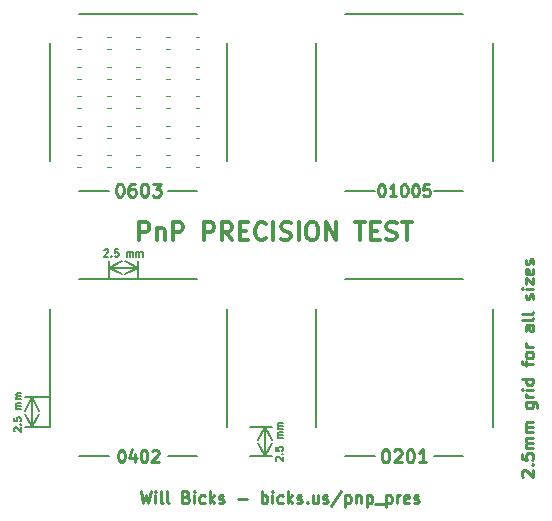
<source format=gbr>
G04 #@! TF.GenerationSoftware,KiCad,Pcbnew,(5.0.0)*
G04 #@! TF.CreationDate,2019-02-17T23:19:19-05:00*
G04 #@! TF.ProjectId,smd test,736D6420746573742E6B696361645F70,rev?*
G04 #@! TF.SameCoordinates,Original*
G04 #@! TF.FileFunction,Legend,Top*
G04 #@! TF.FilePolarity,Positive*
%FSLAX46Y46*%
G04 Gerber Fmt 4.6, Leading zero omitted, Abs format (unit mm)*
G04 Created by KiCad (PCBNEW (5.0.0)) date 02/17/19 23:19:19*
%MOMM*%
%LPD*%
G01*
G04 APERTURE LIST*
%ADD10C,0.150000*%
%ADD11C,0.250000*%
%ADD12C,0.300000*%
%ADD13C,0.200000*%
%ADD14C,0.275000*%
%ADD15C,0.120000*%
G04 APERTURE END LIST*
D10*
X153500000Y-66250000D02*
X156000000Y-66250000D01*
X161000000Y-66250000D02*
X163500000Y-66250000D01*
X183500000Y-66250000D02*
X186000000Y-66250000D01*
X176000000Y-66250000D02*
X178500000Y-66250000D01*
D11*
X158690476Y-91702380D02*
X158928571Y-92702380D01*
X159119047Y-91988095D01*
X159309523Y-92702380D01*
X159547619Y-91702380D01*
X159928571Y-92702380D02*
X159928571Y-92035714D01*
X159928571Y-91702380D02*
X159880952Y-91750000D01*
X159928571Y-91797619D01*
X159976190Y-91750000D01*
X159928571Y-91702380D01*
X159928571Y-91797619D01*
X160547619Y-92702380D02*
X160452380Y-92654761D01*
X160404761Y-92559523D01*
X160404761Y-91702380D01*
X161071428Y-92702380D02*
X160976190Y-92654761D01*
X160928571Y-92559523D01*
X160928571Y-91702380D01*
X162547619Y-92178571D02*
X162690476Y-92226190D01*
X162738095Y-92273809D01*
X162785714Y-92369047D01*
X162785714Y-92511904D01*
X162738095Y-92607142D01*
X162690476Y-92654761D01*
X162595238Y-92702380D01*
X162214285Y-92702380D01*
X162214285Y-91702380D01*
X162547619Y-91702380D01*
X162642857Y-91750000D01*
X162690476Y-91797619D01*
X162738095Y-91892857D01*
X162738095Y-91988095D01*
X162690476Y-92083333D01*
X162642857Y-92130952D01*
X162547619Y-92178571D01*
X162214285Y-92178571D01*
X163214285Y-92702380D02*
X163214285Y-92035714D01*
X163214285Y-91702380D02*
X163166666Y-91750000D01*
X163214285Y-91797619D01*
X163261904Y-91750000D01*
X163214285Y-91702380D01*
X163214285Y-91797619D01*
X164119047Y-92654761D02*
X164023809Y-92702380D01*
X163833333Y-92702380D01*
X163738095Y-92654761D01*
X163690476Y-92607142D01*
X163642857Y-92511904D01*
X163642857Y-92226190D01*
X163690476Y-92130952D01*
X163738095Y-92083333D01*
X163833333Y-92035714D01*
X164023809Y-92035714D01*
X164119047Y-92083333D01*
X164547619Y-92702380D02*
X164547619Y-91702380D01*
X164642857Y-92321428D02*
X164928571Y-92702380D01*
X164928571Y-92035714D02*
X164547619Y-92416666D01*
X165309523Y-92654761D02*
X165404761Y-92702380D01*
X165595238Y-92702380D01*
X165690476Y-92654761D01*
X165738095Y-92559523D01*
X165738095Y-92511904D01*
X165690476Y-92416666D01*
X165595238Y-92369047D01*
X165452380Y-92369047D01*
X165357142Y-92321428D01*
X165309523Y-92226190D01*
X165309523Y-92178571D01*
X165357142Y-92083333D01*
X165452380Y-92035714D01*
X165595238Y-92035714D01*
X165690476Y-92083333D01*
X166928571Y-92321428D02*
X167690476Y-92321428D01*
X168928571Y-92702380D02*
X168928571Y-91702380D01*
X168928571Y-92083333D02*
X169023809Y-92035714D01*
X169214285Y-92035714D01*
X169309523Y-92083333D01*
X169357142Y-92130952D01*
X169404761Y-92226190D01*
X169404761Y-92511904D01*
X169357142Y-92607142D01*
X169309523Y-92654761D01*
X169214285Y-92702380D01*
X169023809Y-92702380D01*
X168928571Y-92654761D01*
X169833333Y-92702380D02*
X169833333Y-92035714D01*
X169833333Y-91702380D02*
X169785714Y-91750000D01*
X169833333Y-91797619D01*
X169880952Y-91750000D01*
X169833333Y-91702380D01*
X169833333Y-91797619D01*
X170738095Y-92654761D02*
X170642857Y-92702380D01*
X170452380Y-92702380D01*
X170357142Y-92654761D01*
X170309523Y-92607142D01*
X170261904Y-92511904D01*
X170261904Y-92226190D01*
X170309523Y-92130952D01*
X170357142Y-92083333D01*
X170452380Y-92035714D01*
X170642857Y-92035714D01*
X170738095Y-92083333D01*
X171166666Y-92702380D02*
X171166666Y-91702380D01*
X171261904Y-92321428D02*
X171547619Y-92702380D01*
X171547619Y-92035714D02*
X171166666Y-92416666D01*
X171928571Y-92654761D02*
X172023809Y-92702380D01*
X172214285Y-92702380D01*
X172309523Y-92654761D01*
X172357142Y-92559523D01*
X172357142Y-92511904D01*
X172309523Y-92416666D01*
X172214285Y-92369047D01*
X172071428Y-92369047D01*
X171976190Y-92321428D01*
X171928571Y-92226190D01*
X171928571Y-92178571D01*
X171976190Y-92083333D01*
X172071428Y-92035714D01*
X172214285Y-92035714D01*
X172309523Y-92083333D01*
X172785714Y-92607142D02*
X172833333Y-92654761D01*
X172785714Y-92702380D01*
X172738095Y-92654761D01*
X172785714Y-92607142D01*
X172785714Y-92702380D01*
X173690476Y-92035714D02*
X173690476Y-92702380D01*
X173261904Y-92035714D02*
X173261904Y-92559523D01*
X173309523Y-92654761D01*
X173404761Y-92702380D01*
X173547619Y-92702380D01*
X173642857Y-92654761D01*
X173690476Y-92607142D01*
X174119047Y-92654761D02*
X174214285Y-92702380D01*
X174404761Y-92702380D01*
X174500000Y-92654761D01*
X174547619Y-92559523D01*
X174547619Y-92511904D01*
X174500000Y-92416666D01*
X174404761Y-92369047D01*
X174261904Y-92369047D01*
X174166666Y-92321428D01*
X174119047Y-92226190D01*
X174119047Y-92178571D01*
X174166666Y-92083333D01*
X174261904Y-92035714D01*
X174404761Y-92035714D01*
X174500000Y-92083333D01*
X175690476Y-91654761D02*
X174833333Y-92940476D01*
X176023809Y-92035714D02*
X176023809Y-93035714D01*
X176023809Y-92083333D02*
X176119047Y-92035714D01*
X176309523Y-92035714D01*
X176404761Y-92083333D01*
X176452380Y-92130952D01*
X176500000Y-92226190D01*
X176500000Y-92511904D01*
X176452380Y-92607142D01*
X176404761Y-92654761D01*
X176309523Y-92702380D01*
X176119047Y-92702380D01*
X176023809Y-92654761D01*
X176928571Y-92035714D02*
X176928571Y-92702380D01*
X176928571Y-92130952D02*
X176976190Y-92083333D01*
X177071428Y-92035714D01*
X177214285Y-92035714D01*
X177309523Y-92083333D01*
X177357142Y-92178571D01*
X177357142Y-92702380D01*
X177833333Y-92035714D02*
X177833333Y-93035714D01*
X177833333Y-92083333D02*
X177928571Y-92035714D01*
X178119047Y-92035714D01*
X178214285Y-92083333D01*
X178261904Y-92130952D01*
X178309523Y-92226190D01*
X178309523Y-92511904D01*
X178261904Y-92607142D01*
X178214285Y-92654761D01*
X178119047Y-92702380D01*
X177928571Y-92702380D01*
X177833333Y-92654761D01*
X178500000Y-92797619D02*
X179261904Y-92797619D01*
X179500000Y-92035714D02*
X179500000Y-93035714D01*
X179500000Y-92083333D02*
X179595238Y-92035714D01*
X179785714Y-92035714D01*
X179880952Y-92083333D01*
X179928571Y-92130952D01*
X179976190Y-92226190D01*
X179976190Y-92511904D01*
X179928571Y-92607142D01*
X179880952Y-92654761D01*
X179785714Y-92702380D01*
X179595238Y-92702380D01*
X179500000Y-92654761D01*
X180404761Y-92702380D02*
X180404761Y-92035714D01*
X180404761Y-92226190D02*
X180452380Y-92130952D01*
X180500000Y-92083333D01*
X180595238Y-92035714D01*
X180690476Y-92035714D01*
X181404761Y-92654761D02*
X181309523Y-92702380D01*
X181119047Y-92702380D01*
X181023809Y-92654761D01*
X180976190Y-92559523D01*
X180976190Y-92178571D01*
X181023809Y-92083333D01*
X181119047Y-92035714D01*
X181309523Y-92035714D01*
X181404761Y-92083333D01*
X181452380Y-92178571D01*
X181452380Y-92273809D01*
X180976190Y-92369047D01*
X181833333Y-92654761D02*
X181928571Y-92702380D01*
X182119047Y-92702380D01*
X182214285Y-92654761D01*
X182261904Y-92559523D01*
X182261904Y-92511904D01*
X182214285Y-92416666D01*
X182119047Y-92369047D01*
X181976190Y-92369047D01*
X181880952Y-92321428D01*
X181833333Y-92226190D01*
X181833333Y-92178571D01*
X181880952Y-92083333D01*
X181976190Y-92035714D01*
X182119047Y-92035714D01*
X182214285Y-92083333D01*
D12*
X158571428Y-70428571D02*
X158571428Y-68928571D01*
X159142857Y-68928571D01*
X159285714Y-69000000D01*
X159357142Y-69071428D01*
X159428571Y-69214285D01*
X159428571Y-69428571D01*
X159357142Y-69571428D01*
X159285714Y-69642857D01*
X159142857Y-69714285D01*
X158571428Y-69714285D01*
X160071428Y-69428571D02*
X160071428Y-70428571D01*
X160071428Y-69571428D02*
X160142857Y-69500000D01*
X160285714Y-69428571D01*
X160500000Y-69428571D01*
X160642857Y-69500000D01*
X160714285Y-69642857D01*
X160714285Y-70428571D01*
X161428571Y-70428571D02*
X161428571Y-68928571D01*
X162000000Y-68928571D01*
X162142857Y-69000000D01*
X162214285Y-69071428D01*
X162285714Y-69214285D01*
X162285714Y-69428571D01*
X162214285Y-69571428D01*
X162142857Y-69642857D01*
X162000000Y-69714285D01*
X161428571Y-69714285D01*
X164071428Y-70428571D02*
X164071428Y-68928571D01*
X164642857Y-68928571D01*
X164785714Y-69000000D01*
X164857142Y-69071428D01*
X164928571Y-69214285D01*
X164928571Y-69428571D01*
X164857142Y-69571428D01*
X164785714Y-69642857D01*
X164642857Y-69714285D01*
X164071428Y-69714285D01*
X166428571Y-70428571D02*
X165928571Y-69714285D01*
X165571428Y-70428571D02*
X165571428Y-68928571D01*
X166142857Y-68928571D01*
X166285714Y-69000000D01*
X166357142Y-69071428D01*
X166428571Y-69214285D01*
X166428571Y-69428571D01*
X166357142Y-69571428D01*
X166285714Y-69642857D01*
X166142857Y-69714285D01*
X165571428Y-69714285D01*
X167071428Y-69642857D02*
X167571428Y-69642857D01*
X167785714Y-70428571D02*
X167071428Y-70428571D01*
X167071428Y-68928571D01*
X167785714Y-68928571D01*
X169285714Y-70285714D02*
X169214285Y-70357142D01*
X169000000Y-70428571D01*
X168857142Y-70428571D01*
X168642857Y-70357142D01*
X168500000Y-70214285D01*
X168428571Y-70071428D01*
X168357142Y-69785714D01*
X168357142Y-69571428D01*
X168428571Y-69285714D01*
X168500000Y-69142857D01*
X168642857Y-69000000D01*
X168857142Y-68928571D01*
X169000000Y-68928571D01*
X169214285Y-69000000D01*
X169285714Y-69071428D01*
X169928571Y-70428571D02*
X169928571Y-68928571D01*
X170571428Y-70357142D02*
X170785714Y-70428571D01*
X171142857Y-70428571D01*
X171285714Y-70357142D01*
X171357142Y-70285714D01*
X171428571Y-70142857D01*
X171428571Y-70000000D01*
X171357142Y-69857142D01*
X171285714Y-69785714D01*
X171142857Y-69714285D01*
X170857142Y-69642857D01*
X170714285Y-69571428D01*
X170642857Y-69500000D01*
X170571428Y-69357142D01*
X170571428Y-69214285D01*
X170642857Y-69071428D01*
X170714285Y-69000000D01*
X170857142Y-68928571D01*
X171214285Y-68928571D01*
X171428571Y-69000000D01*
X172071428Y-70428571D02*
X172071428Y-68928571D01*
X173071428Y-68928571D02*
X173357142Y-68928571D01*
X173500000Y-69000000D01*
X173642857Y-69142857D01*
X173714285Y-69428571D01*
X173714285Y-69928571D01*
X173642857Y-70214285D01*
X173500000Y-70357142D01*
X173357142Y-70428571D01*
X173071428Y-70428571D01*
X172928571Y-70357142D01*
X172785714Y-70214285D01*
X172714285Y-69928571D01*
X172714285Y-69428571D01*
X172785714Y-69142857D01*
X172928571Y-69000000D01*
X173071428Y-68928571D01*
X174357142Y-70428571D02*
X174357142Y-68928571D01*
X175214285Y-70428571D01*
X175214285Y-68928571D01*
X176857142Y-68928571D02*
X177714285Y-68928571D01*
X177285714Y-70428571D02*
X177285714Y-68928571D01*
X178214285Y-69642857D02*
X178714285Y-69642857D01*
X178928571Y-70428571D02*
X178214285Y-70428571D01*
X178214285Y-68928571D01*
X178928571Y-68928571D01*
X179500000Y-70357142D02*
X179714285Y-70428571D01*
X180071428Y-70428571D01*
X180214285Y-70357142D01*
X180285714Y-70285714D01*
X180357142Y-70142857D01*
X180357142Y-70000000D01*
X180285714Y-69857142D01*
X180214285Y-69785714D01*
X180071428Y-69714285D01*
X179785714Y-69642857D01*
X179642857Y-69571428D01*
X179571428Y-69500000D01*
X179500000Y-69357142D01*
X179500000Y-69214285D01*
X179571428Y-69071428D01*
X179642857Y-69000000D01*
X179785714Y-68928571D01*
X180142857Y-68928571D01*
X180357142Y-69000000D01*
X180785714Y-68928571D02*
X181642857Y-68928571D01*
X181214285Y-70428571D02*
X181214285Y-68928571D01*
D13*
X153500000Y-88750000D02*
X156000000Y-88750000D01*
X161000000Y-88750000D02*
X163500000Y-88750000D01*
X176000000Y-88750000D02*
X178500000Y-88750000D01*
X183500000Y-88750000D02*
X186000000Y-88750000D01*
X186000000Y-51250000D02*
X176000000Y-51250000D01*
X188500000Y-63750000D02*
X188500000Y-53750000D01*
X173500000Y-53750000D02*
X173500000Y-63750000D01*
D11*
X179047619Y-65702380D02*
X179142857Y-65702380D01*
X179238095Y-65750000D01*
X179285714Y-65797619D01*
X179333333Y-65892857D01*
X179380952Y-66083333D01*
X179380952Y-66321428D01*
X179333333Y-66511904D01*
X179285714Y-66607142D01*
X179238095Y-66654761D01*
X179142857Y-66702380D01*
X179047619Y-66702380D01*
X178952380Y-66654761D01*
X178904761Y-66607142D01*
X178857142Y-66511904D01*
X178809523Y-66321428D01*
X178809523Y-66083333D01*
X178857142Y-65892857D01*
X178904761Y-65797619D01*
X178952380Y-65750000D01*
X179047619Y-65702380D01*
X180333333Y-66702380D02*
X179761904Y-66702380D01*
X180047619Y-66702380D02*
X180047619Y-65702380D01*
X179952380Y-65845238D01*
X179857142Y-65940476D01*
X179761904Y-65988095D01*
X180952380Y-65702380D02*
X181047619Y-65702380D01*
X181142857Y-65750000D01*
X181190476Y-65797619D01*
X181238095Y-65892857D01*
X181285714Y-66083333D01*
X181285714Y-66321428D01*
X181238095Y-66511904D01*
X181190476Y-66607142D01*
X181142857Y-66654761D01*
X181047619Y-66702380D01*
X180952380Y-66702380D01*
X180857142Y-66654761D01*
X180809523Y-66607142D01*
X180761904Y-66511904D01*
X180714285Y-66321428D01*
X180714285Y-66083333D01*
X180761904Y-65892857D01*
X180809523Y-65797619D01*
X180857142Y-65750000D01*
X180952380Y-65702380D01*
X181904761Y-65702380D02*
X182000000Y-65702380D01*
X182095238Y-65750000D01*
X182142857Y-65797619D01*
X182190476Y-65892857D01*
X182238095Y-66083333D01*
X182238095Y-66321428D01*
X182190476Y-66511904D01*
X182142857Y-66607142D01*
X182095238Y-66654761D01*
X182000000Y-66702380D01*
X181904761Y-66702380D01*
X181809523Y-66654761D01*
X181761904Y-66607142D01*
X181714285Y-66511904D01*
X181666666Y-66321428D01*
X181666666Y-66083333D01*
X181714285Y-65892857D01*
X181761904Y-65797619D01*
X181809523Y-65750000D01*
X181904761Y-65702380D01*
X183142857Y-65702380D02*
X182666666Y-65702380D01*
X182619047Y-66178571D01*
X182666666Y-66130952D01*
X182761904Y-66083333D01*
X183000000Y-66083333D01*
X183095238Y-66130952D01*
X183142857Y-66178571D01*
X183190476Y-66273809D01*
X183190476Y-66511904D01*
X183142857Y-66607142D01*
X183095238Y-66654761D01*
X183000000Y-66702380D01*
X182761904Y-66702380D01*
X182666666Y-66654761D01*
X182619047Y-66607142D01*
D14*
X156876190Y-65647619D02*
X156980952Y-65647619D01*
X157085714Y-65700000D01*
X157138095Y-65752380D01*
X157190476Y-65857142D01*
X157242857Y-66066666D01*
X157242857Y-66328571D01*
X157190476Y-66538095D01*
X157138095Y-66642857D01*
X157085714Y-66695238D01*
X156980952Y-66747619D01*
X156876190Y-66747619D01*
X156771428Y-66695238D01*
X156719047Y-66642857D01*
X156666666Y-66538095D01*
X156614285Y-66328571D01*
X156614285Y-66066666D01*
X156666666Y-65857142D01*
X156719047Y-65752380D01*
X156771428Y-65700000D01*
X156876190Y-65647619D01*
X158185714Y-65647619D02*
X157976190Y-65647619D01*
X157871428Y-65700000D01*
X157819047Y-65752380D01*
X157714285Y-65909523D01*
X157661904Y-66119047D01*
X157661904Y-66538095D01*
X157714285Y-66642857D01*
X157766666Y-66695238D01*
X157871428Y-66747619D01*
X158080952Y-66747619D01*
X158185714Y-66695238D01*
X158238095Y-66642857D01*
X158290476Y-66538095D01*
X158290476Y-66276190D01*
X158238095Y-66171428D01*
X158185714Y-66119047D01*
X158080952Y-66066666D01*
X157871428Y-66066666D01*
X157766666Y-66119047D01*
X157714285Y-66171428D01*
X157661904Y-66276190D01*
X158971428Y-65647619D02*
X159076190Y-65647619D01*
X159180952Y-65700000D01*
X159233333Y-65752380D01*
X159285714Y-65857142D01*
X159338095Y-66066666D01*
X159338095Y-66328571D01*
X159285714Y-66538095D01*
X159233333Y-66642857D01*
X159180952Y-66695238D01*
X159076190Y-66747619D01*
X158971428Y-66747619D01*
X158866666Y-66695238D01*
X158814285Y-66642857D01*
X158761904Y-66538095D01*
X158709523Y-66328571D01*
X158709523Y-66066666D01*
X158761904Y-65857142D01*
X158814285Y-65752380D01*
X158866666Y-65700000D01*
X158971428Y-65647619D01*
X159704761Y-65647619D02*
X160385714Y-65647619D01*
X160019047Y-66066666D01*
X160176190Y-66066666D01*
X160280952Y-66119047D01*
X160333333Y-66171428D01*
X160385714Y-66276190D01*
X160385714Y-66538095D01*
X160333333Y-66642857D01*
X160280952Y-66695238D01*
X160176190Y-66747619D01*
X159861904Y-66747619D01*
X159757142Y-66695238D01*
X159704761Y-66642857D01*
D13*
X166000000Y-63750000D02*
X166000000Y-53750000D01*
X151000000Y-53750000D02*
X151000000Y-63750000D01*
X163500000Y-51250000D02*
X153500000Y-51250000D01*
X186000000Y-73750000D02*
X176000000Y-73750000D01*
X173500000Y-76250000D02*
X173500000Y-86250000D01*
X188500000Y-86250000D02*
X188500000Y-76250000D01*
D14*
X179376190Y-88147619D02*
X179480952Y-88147619D01*
X179585714Y-88200000D01*
X179638095Y-88252380D01*
X179690476Y-88357142D01*
X179742857Y-88566666D01*
X179742857Y-88828571D01*
X179690476Y-89038095D01*
X179638095Y-89142857D01*
X179585714Y-89195238D01*
X179480952Y-89247619D01*
X179376190Y-89247619D01*
X179271428Y-89195238D01*
X179219047Y-89142857D01*
X179166666Y-89038095D01*
X179114285Y-88828571D01*
X179114285Y-88566666D01*
X179166666Y-88357142D01*
X179219047Y-88252380D01*
X179271428Y-88200000D01*
X179376190Y-88147619D01*
X180161904Y-88252380D02*
X180214285Y-88200000D01*
X180319047Y-88147619D01*
X180580952Y-88147619D01*
X180685714Y-88200000D01*
X180738095Y-88252380D01*
X180790476Y-88357142D01*
X180790476Y-88461904D01*
X180738095Y-88619047D01*
X180109523Y-89247619D01*
X180790476Y-89247619D01*
X181471428Y-88147619D02*
X181576190Y-88147619D01*
X181680952Y-88200000D01*
X181733333Y-88252380D01*
X181785714Y-88357142D01*
X181838095Y-88566666D01*
X181838095Y-88828571D01*
X181785714Y-89038095D01*
X181733333Y-89142857D01*
X181680952Y-89195238D01*
X181576190Y-89247619D01*
X181471428Y-89247619D01*
X181366666Y-89195238D01*
X181314285Y-89142857D01*
X181261904Y-89038095D01*
X181209523Y-88828571D01*
X181209523Y-88566666D01*
X181261904Y-88357142D01*
X181314285Y-88252380D01*
X181366666Y-88200000D01*
X181471428Y-88147619D01*
X182885714Y-89247619D02*
X182257142Y-89247619D01*
X182571428Y-89247619D02*
X182571428Y-88147619D01*
X182466666Y-88304761D01*
X182361904Y-88409523D01*
X182257142Y-88461904D01*
D11*
X191047619Y-90464285D02*
X191000000Y-90416666D01*
X190952380Y-90321428D01*
X190952380Y-90083333D01*
X191000000Y-89988095D01*
X191047619Y-89940476D01*
X191142857Y-89892857D01*
X191238095Y-89892857D01*
X191380952Y-89940476D01*
X191952380Y-90511904D01*
X191952380Y-89892857D01*
X191857142Y-89464285D02*
X191904761Y-89416666D01*
X191952380Y-89464285D01*
X191904761Y-89511904D01*
X191857142Y-89464285D01*
X191952380Y-89464285D01*
X190952380Y-88511904D02*
X190952380Y-88988095D01*
X191428571Y-89035714D01*
X191380952Y-88988095D01*
X191333333Y-88892857D01*
X191333333Y-88654761D01*
X191380952Y-88559523D01*
X191428571Y-88511904D01*
X191523809Y-88464285D01*
X191761904Y-88464285D01*
X191857142Y-88511904D01*
X191904761Y-88559523D01*
X191952380Y-88654761D01*
X191952380Y-88892857D01*
X191904761Y-88988095D01*
X191857142Y-89035714D01*
X191952380Y-88035714D02*
X191285714Y-88035714D01*
X191380952Y-88035714D02*
X191333333Y-87988095D01*
X191285714Y-87892857D01*
X191285714Y-87750000D01*
X191333333Y-87654761D01*
X191428571Y-87607142D01*
X191952380Y-87607142D01*
X191428571Y-87607142D02*
X191333333Y-87559523D01*
X191285714Y-87464285D01*
X191285714Y-87321428D01*
X191333333Y-87226190D01*
X191428571Y-87178571D01*
X191952380Y-87178571D01*
X191952380Y-86702380D02*
X191285714Y-86702380D01*
X191380952Y-86702380D02*
X191333333Y-86654761D01*
X191285714Y-86559523D01*
X191285714Y-86416666D01*
X191333333Y-86321428D01*
X191428571Y-86273809D01*
X191952380Y-86273809D01*
X191428571Y-86273809D02*
X191333333Y-86226190D01*
X191285714Y-86130952D01*
X191285714Y-85988095D01*
X191333333Y-85892857D01*
X191428571Y-85845238D01*
X191952380Y-85845238D01*
X191285714Y-84178571D02*
X192095238Y-84178571D01*
X192190476Y-84226190D01*
X192238095Y-84273809D01*
X192285714Y-84369047D01*
X192285714Y-84511904D01*
X192238095Y-84607142D01*
X191904761Y-84178571D02*
X191952380Y-84273809D01*
X191952380Y-84464285D01*
X191904761Y-84559523D01*
X191857142Y-84607142D01*
X191761904Y-84654761D01*
X191476190Y-84654761D01*
X191380952Y-84607142D01*
X191333333Y-84559523D01*
X191285714Y-84464285D01*
X191285714Y-84273809D01*
X191333333Y-84178571D01*
X191952380Y-83702380D02*
X191285714Y-83702380D01*
X191476190Y-83702380D02*
X191380952Y-83654761D01*
X191333333Y-83607142D01*
X191285714Y-83511904D01*
X191285714Y-83416666D01*
X191952380Y-83083333D02*
X191285714Y-83083333D01*
X190952380Y-83083333D02*
X191000000Y-83130952D01*
X191047619Y-83083333D01*
X191000000Y-83035714D01*
X190952380Y-83083333D01*
X191047619Y-83083333D01*
X191952380Y-82178571D02*
X190952380Y-82178571D01*
X191904761Y-82178571D02*
X191952380Y-82273809D01*
X191952380Y-82464285D01*
X191904761Y-82559523D01*
X191857142Y-82607142D01*
X191761904Y-82654761D01*
X191476190Y-82654761D01*
X191380952Y-82607142D01*
X191333333Y-82559523D01*
X191285714Y-82464285D01*
X191285714Y-82273809D01*
X191333333Y-82178571D01*
X191285714Y-81083333D02*
X191285714Y-80702380D01*
X191952380Y-80940476D02*
X191095238Y-80940476D01*
X191000000Y-80892857D01*
X190952380Y-80797619D01*
X190952380Y-80702380D01*
X191952380Y-80226190D02*
X191904761Y-80321428D01*
X191857142Y-80369047D01*
X191761904Y-80416666D01*
X191476190Y-80416666D01*
X191380952Y-80369047D01*
X191333333Y-80321428D01*
X191285714Y-80226190D01*
X191285714Y-80083333D01*
X191333333Y-79988095D01*
X191380952Y-79940476D01*
X191476190Y-79892857D01*
X191761904Y-79892857D01*
X191857142Y-79940476D01*
X191904761Y-79988095D01*
X191952380Y-80083333D01*
X191952380Y-80226190D01*
X191952380Y-79464285D02*
X191285714Y-79464285D01*
X191476190Y-79464285D02*
X191380952Y-79416666D01*
X191333333Y-79369047D01*
X191285714Y-79273809D01*
X191285714Y-79178571D01*
X191952380Y-77654761D02*
X191428571Y-77654761D01*
X191333333Y-77702380D01*
X191285714Y-77797619D01*
X191285714Y-77988095D01*
X191333333Y-78083333D01*
X191904761Y-77654761D02*
X191952380Y-77750000D01*
X191952380Y-77988095D01*
X191904761Y-78083333D01*
X191809523Y-78130952D01*
X191714285Y-78130952D01*
X191619047Y-78083333D01*
X191571428Y-77988095D01*
X191571428Y-77750000D01*
X191523809Y-77654761D01*
X191952380Y-77035714D02*
X191904761Y-77130952D01*
X191809523Y-77178571D01*
X190952380Y-77178571D01*
X191952380Y-76511904D02*
X191904761Y-76607142D01*
X191809523Y-76654761D01*
X190952380Y-76654761D01*
X191904761Y-75416666D02*
X191952380Y-75321428D01*
X191952380Y-75130952D01*
X191904761Y-75035714D01*
X191809523Y-74988095D01*
X191761904Y-74988095D01*
X191666666Y-75035714D01*
X191619047Y-75130952D01*
X191619047Y-75273809D01*
X191571428Y-75369047D01*
X191476190Y-75416666D01*
X191428571Y-75416666D01*
X191333333Y-75369047D01*
X191285714Y-75273809D01*
X191285714Y-75130952D01*
X191333333Y-75035714D01*
X191952380Y-74559523D02*
X191285714Y-74559523D01*
X190952380Y-74559523D02*
X191000000Y-74607142D01*
X191047619Y-74559523D01*
X191000000Y-74511904D01*
X190952380Y-74559523D01*
X191047619Y-74559523D01*
X191285714Y-74178571D02*
X191285714Y-73654761D01*
X191952380Y-74178571D01*
X191952380Y-73654761D01*
X191904761Y-72892857D02*
X191952380Y-72988095D01*
X191952380Y-73178571D01*
X191904761Y-73273809D01*
X191809523Y-73321428D01*
X191428571Y-73321428D01*
X191333333Y-73273809D01*
X191285714Y-73178571D01*
X191285714Y-72988095D01*
X191333333Y-72892857D01*
X191428571Y-72845238D01*
X191523809Y-72845238D01*
X191619047Y-73321428D01*
X191904761Y-72464285D02*
X191952380Y-72369047D01*
X191952380Y-72178571D01*
X191904761Y-72083333D01*
X191809523Y-72035714D01*
X191761904Y-72035714D01*
X191666666Y-72083333D01*
X191619047Y-72178571D01*
X191619047Y-72321428D01*
X191571428Y-72416666D01*
X191476190Y-72464285D01*
X191428571Y-72464285D01*
X191333333Y-72416666D01*
X191285714Y-72321428D01*
X191285714Y-72178571D01*
X191333333Y-72083333D01*
D10*
X155621428Y-71278571D02*
X155650000Y-71250000D01*
X155707142Y-71221428D01*
X155850000Y-71221428D01*
X155907142Y-71250000D01*
X155935714Y-71278571D01*
X155964285Y-71335714D01*
X155964285Y-71392857D01*
X155935714Y-71478571D01*
X155592857Y-71821428D01*
X155964285Y-71821428D01*
X156221428Y-71764285D02*
X156250000Y-71792857D01*
X156221428Y-71821428D01*
X156192857Y-71792857D01*
X156221428Y-71764285D01*
X156221428Y-71821428D01*
X156792857Y-71221428D02*
X156507142Y-71221428D01*
X156478571Y-71507142D01*
X156507142Y-71478571D01*
X156564285Y-71450000D01*
X156707142Y-71450000D01*
X156764285Y-71478571D01*
X156792857Y-71507142D01*
X156821428Y-71564285D01*
X156821428Y-71707142D01*
X156792857Y-71764285D01*
X156764285Y-71792857D01*
X156707142Y-71821428D01*
X156564285Y-71821428D01*
X156507142Y-71792857D01*
X156478571Y-71764285D01*
X157535714Y-71821428D02*
X157535714Y-71421428D01*
X157535714Y-71478571D02*
X157564285Y-71450000D01*
X157621428Y-71421428D01*
X157707142Y-71421428D01*
X157764285Y-71450000D01*
X157792857Y-71507142D01*
X157792857Y-71821428D01*
X157792857Y-71507142D02*
X157821428Y-71450000D01*
X157878571Y-71421428D01*
X157964285Y-71421428D01*
X158021428Y-71450000D01*
X158050000Y-71507142D01*
X158050000Y-71821428D01*
X158335714Y-71821428D02*
X158335714Y-71421428D01*
X158335714Y-71478571D02*
X158364285Y-71450000D01*
X158421428Y-71421428D01*
X158507142Y-71421428D01*
X158564285Y-71450000D01*
X158592857Y-71507142D01*
X158592857Y-71821428D01*
X158592857Y-71507142D02*
X158621428Y-71450000D01*
X158678571Y-71421428D01*
X158764285Y-71421428D01*
X158821428Y-71450000D01*
X158850000Y-71507142D01*
X158850000Y-71821428D01*
X156000000Y-72750000D02*
X158500000Y-72750000D01*
X156000000Y-73750000D02*
X156000000Y-72163579D01*
X158500000Y-73750000D02*
X158500000Y-72163579D01*
X158500000Y-72750000D02*
X157373496Y-73336421D01*
X158500000Y-72750000D02*
X157373496Y-72163579D01*
X156000000Y-72750000D02*
X157126504Y-73336421D01*
X156000000Y-72750000D02*
X157126504Y-72163579D01*
D13*
X151000000Y-76250000D02*
X151000000Y-86250000D01*
X163500000Y-73750000D02*
X153500000Y-73750000D01*
X166000000Y-86250000D02*
X166000000Y-76250000D01*
D10*
X148028571Y-86628571D02*
X148000000Y-86600000D01*
X147971428Y-86542857D01*
X147971428Y-86400000D01*
X148000000Y-86342857D01*
X148028571Y-86314285D01*
X148085714Y-86285714D01*
X148142857Y-86285714D01*
X148228571Y-86314285D01*
X148571428Y-86657142D01*
X148571428Y-86285714D01*
X148514285Y-86028571D02*
X148542857Y-86000000D01*
X148571428Y-86028571D01*
X148542857Y-86057142D01*
X148514285Y-86028571D01*
X148571428Y-86028571D01*
X147971428Y-85457142D02*
X147971428Y-85742857D01*
X148257142Y-85771428D01*
X148228571Y-85742857D01*
X148200000Y-85685714D01*
X148200000Y-85542857D01*
X148228571Y-85485714D01*
X148257142Y-85457142D01*
X148314285Y-85428571D01*
X148457142Y-85428571D01*
X148514285Y-85457142D01*
X148542857Y-85485714D01*
X148571428Y-85542857D01*
X148571428Y-85685714D01*
X148542857Y-85742857D01*
X148514285Y-85771428D01*
X148571428Y-84714285D02*
X148171428Y-84714285D01*
X148228571Y-84714285D02*
X148200000Y-84685714D01*
X148171428Y-84628571D01*
X148171428Y-84542857D01*
X148200000Y-84485714D01*
X148257142Y-84457142D01*
X148571428Y-84457142D01*
X148257142Y-84457142D02*
X148200000Y-84428571D01*
X148171428Y-84371428D01*
X148171428Y-84285714D01*
X148200000Y-84228571D01*
X148257142Y-84200000D01*
X148571428Y-84200000D01*
X148571428Y-83914285D02*
X148171428Y-83914285D01*
X148228571Y-83914285D02*
X148200000Y-83885714D01*
X148171428Y-83828571D01*
X148171428Y-83742857D01*
X148200000Y-83685714D01*
X148257142Y-83657142D01*
X148571428Y-83657142D01*
X148257142Y-83657142D02*
X148200000Y-83628571D01*
X148171428Y-83571428D01*
X148171428Y-83485714D01*
X148200000Y-83428571D01*
X148257142Y-83400000D01*
X148571428Y-83400000D01*
X149500000Y-86250000D02*
X149500000Y-83750000D01*
X151000000Y-86250000D02*
X148913579Y-86250000D01*
X151000000Y-83750000D02*
X148913579Y-83750000D01*
X149500000Y-83750000D02*
X150086421Y-84876504D01*
X149500000Y-83750000D02*
X148913579Y-84876504D01*
X149500000Y-86250000D02*
X150086421Y-85123496D01*
X149500000Y-86250000D02*
X148913579Y-85123496D01*
X170178571Y-89128571D02*
X170150000Y-89100000D01*
X170121428Y-89042857D01*
X170121428Y-88900000D01*
X170150000Y-88842857D01*
X170178571Y-88814285D01*
X170235714Y-88785714D01*
X170292857Y-88785714D01*
X170378571Y-88814285D01*
X170721428Y-89157142D01*
X170721428Y-88785714D01*
X170664285Y-88528571D02*
X170692857Y-88500000D01*
X170721428Y-88528571D01*
X170692857Y-88557142D01*
X170664285Y-88528571D01*
X170721428Y-88528571D01*
X170121428Y-87957142D02*
X170121428Y-88242857D01*
X170407142Y-88271428D01*
X170378571Y-88242857D01*
X170350000Y-88185714D01*
X170350000Y-88042857D01*
X170378571Y-87985714D01*
X170407142Y-87957142D01*
X170464285Y-87928571D01*
X170607142Y-87928571D01*
X170664285Y-87957142D01*
X170692857Y-87985714D01*
X170721428Y-88042857D01*
X170721428Y-88185714D01*
X170692857Y-88242857D01*
X170664285Y-88271428D01*
X170721428Y-87214285D02*
X170321428Y-87214285D01*
X170378571Y-87214285D02*
X170350000Y-87185714D01*
X170321428Y-87128571D01*
X170321428Y-87042857D01*
X170350000Y-86985714D01*
X170407142Y-86957142D01*
X170721428Y-86957142D01*
X170407142Y-86957142D02*
X170350000Y-86928571D01*
X170321428Y-86871428D01*
X170321428Y-86785714D01*
X170350000Y-86728571D01*
X170407142Y-86700000D01*
X170721428Y-86700000D01*
X170721428Y-86414285D02*
X170321428Y-86414285D01*
X170378571Y-86414285D02*
X170350000Y-86385714D01*
X170321428Y-86328571D01*
X170321428Y-86242857D01*
X170350000Y-86185714D01*
X170407142Y-86157142D01*
X170721428Y-86157142D01*
X170407142Y-86157142D02*
X170350000Y-86128571D01*
X170321428Y-86071428D01*
X170321428Y-85985714D01*
X170350000Y-85928571D01*
X170407142Y-85900000D01*
X170721428Y-85900000D01*
X169250000Y-88750000D02*
X169250000Y-86250000D01*
X167931668Y-88750000D02*
X169836421Y-88750000D01*
X167931668Y-86250000D02*
X169836421Y-86250000D01*
X169250000Y-86250000D02*
X169836421Y-87376504D01*
X169250000Y-86250000D02*
X168663579Y-87376504D01*
X169250000Y-88750000D02*
X169836421Y-87623496D01*
X169250000Y-88750000D02*
X168663579Y-87623496D01*
D11*
X157023809Y-88202380D02*
X157119047Y-88202380D01*
X157214285Y-88250000D01*
X157261904Y-88297619D01*
X157309523Y-88392857D01*
X157357142Y-88583333D01*
X157357142Y-88821428D01*
X157309523Y-89011904D01*
X157261904Y-89107142D01*
X157214285Y-89154761D01*
X157119047Y-89202380D01*
X157023809Y-89202380D01*
X156928571Y-89154761D01*
X156880952Y-89107142D01*
X156833333Y-89011904D01*
X156785714Y-88821428D01*
X156785714Y-88583333D01*
X156833333Y-88392857D01*
X156880952Y-88297619D01*
X156928571Y-88250000D01*
X157023809Y-88202380D01*
X158214285Y-88535714D02*
X158214285Y-89202380D01*
X157976190Y-88154761D02*
X157738095Y-88869047D01*
X158357142Y-88869047D01*
X158928571Y-88202380D02*
X159023809Y-88202380D01*
X159119047Y-88250000D01*
X159166666Y-88297619D01*
X159214285Y-88392857D01*
X159261904Y-88583333D01*
X159261904Y-88821428D01*
X159214285Y-89011904D01*
X159166666Y-89107142D01*
X159119047Y-89154761D01*
X159023809Y-89202380D01*
X158928571Y-89202380D01*
X158833333Y-89154761D01*
X158785714Y-89107142D01*
X158738095Y-89011904D01*
X158690476Y-88821428D01*
X158690476Y-88583333D01*
X158738095Y-88392857D01*
X158785714Y-88297619D01*
X158833333Y-88250000D01*
X158928571Y-88202380D01*
X159642857Y-88297619D02*
X159690476Y-88250000D01*
X159785714Y-88202380D01*
X160023809Y-88202380D01*
X160119047Y-88250000D01*
X160166666Y-88297619D01*
X160214285Y-88392857D01*
X160214285Y-88488095D01*
X160166666Y-88630952D01*
X159595238Y-89202380D01*
X160214285Y-89202380D01*
D15*
G04 #@! TO.C,REF\002A\002A*
X163337221Y-63240000D02*
X163662779Y-63240000D01*
X163337221Y-64260000D02*
X163662779Y-64260000D01*
X160837221Y-63240000D02*
X161162779Y-63240000D01*
X160837221Y-64260000D02*
X161162779Y-64260000D01*
X158337221Y-63240000D02*
X158662779Y-63240000D01*
X158337221Y-64260000D02*
X158662779Y-64260000D01*
X155837221Y-63240000D02*
X156162779Y-63240000D01*
X155837221Y-64260000D02*
X156162779Y-64260000D01*
X153337221Y-63240000D02*
X153662779Y-63240000D01*
X153337221Y-64260000D02*
X153662779Y-64260000D01*
X163337221Y-60740000D02*
X163662779Y-60740000D01*
X163337221Y-61760000D02*
X163662779Y-61760000D01*
X160837221Y-60740000D02*
X161162779Y-60740000D01*
X160837221Y-61760000D02*
X161162779Y-61760000D01*
X158337221Y-60740000D02*
X158662779Y-60740000D01*
X158337221Y-61760000D02*
X158662779Y-61760000D01*
X155837221Y-60740000D02*
X156162779Y-60740000D01*
X155837221Y-61760000D02*
X156162779Y-61760000D01*
X153337221Y-60740000D02*
X153662779Y-60740000D01*
X153337221Y-61760000D02*
X153662779Y-61760000D01*
X163337221Y-58240000D02*
X163662779Y-58240000D01*
X163337221Y-59260000D02*
X163662779Y-59260000D01*
X160837221Y-58240000D02*
X161162779Y-58240000D01*
X160837221Y-59260000D02*
X161162779Y-59260000D01*
X158337221Y-58240000D02*
X158662779Y-58240000D01*
X158337221Y-59260000D02*
X158662779Y-59260000D01*
X155837221Y-58240000D02*
X156162779Y-58240000D01*
X155837221Y-59260000D02*
X156162779Y-59260000D01*
X153337221Y-58240000D02*
X153662779Y-58240000D01*
X153337221Y-59260000D02*
X153662779Y-59260000D01*
X163337221Y-55740000D02*
X163662779Y-55740000D01*
X163337221Y-56760000D02*
X163662779Y-56760000D01*
X160837221Y-55740000D02*
X161162779Y-55740000D01*
X160837221Y-56760000D02*
X161162779Y-56760000D01*
X158337221Y-55740000D02*
X158662779Y-55740000D01*
X158337221Y-56760000D02*
X158662779Y-56760000D01*
X155837221Y-55740000D02*
X156162779Y-55740000D01*
X155837221Y-56760000D02*
X156162779Y-56760000D01*
X153337221Y-55740000D02*
X153662779Y-55740000D01*
X153337221Y-56760000D02*
X153662779Y-56760000D01*
X163337221Y-53240000D02*
X163662779Y-53240000D01*
X163337221Y-54260000D02*
X163662779Y-54260000D01*
X160837221Y-53240000D02*
X161162779Y-53240000D01*
X160837221Y-54260000D02*
X161162779Y-54260000D01*
X158337221Y-53240000D02*
X158662779Y-53240000D01*
X158337221Y-54260000D02*
X158662779Y-54260000D01*
X155837221Y-53240000D02*
X156162779Y-53240000D01*
X155837221Y-54260000D02*
X156162779Y-54260000D01*
X153337221Y-54260000D02*
X153662779Y-54260000D01*
X153337221Y-53240000D02*
X153662779Y-53240000D01*
G04 #@! TD*
M02*

</source>
